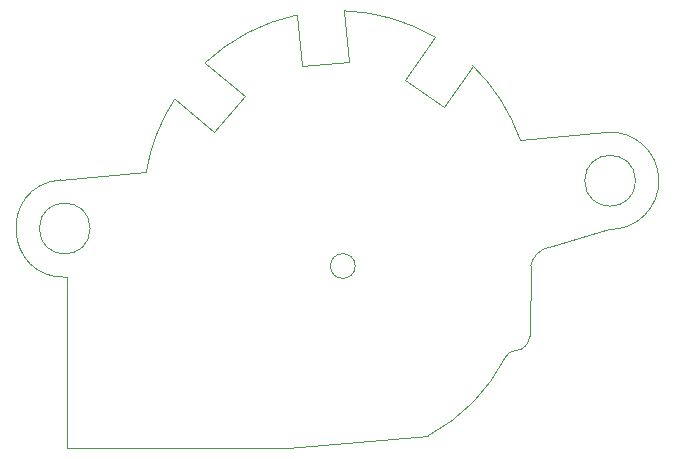
<source format=gbr>
%TF.GenerationSoftware,KiCad,Pcbnew,7.0.9*%
%TF.CreationDate,2023-12-03T08:33:00+10:00*%
%TF.ProjectId,BATT-PCB,42415454-2d50-4434-922e-6b696361645f,rev?*%
%TF.SameCoordinates,Original*%
%TF.FileFunction,Profile,NP*%
%FSLAX46Y46*%
G04 Gerber Fmt 4.6, Leading zero omitted, Abs format (unit mm)*
G04 Created by KiCad (PCBNEW 7.0.9) date 2023-12-03 08:33:00*
%MOMM*%
%LPD*%
G01*
G04 APERTURE LIST*
%TA.AperFunction,Profile*%
%ADD10C,0.010000*%
%TD*%
G04 APERTURE END LIST*
D10*
X106718456Y-81721290D02*
X106806682Y-75822153D01*
X80022934Y-64477169D02*
X76668916Y-61662815D01*
X66988408Y-68519838D02*
G75*
G03*
X67512596Y-76755850I359732J-4111792D01*
G01*
X115679399Y-68591522D02*
G75*
G03*
X115679399Y-68591522I-2152650J0D01*
G01*
X67512597Y-91219007D02*
X86279842Y-91219007D01*
X108335629Y-74224425D02*
G75*
G03*
X106806682Y-75822153I439571J-1951075D01*
G01*
X98110387Y-90183993D02*
G75*
G03*
X104660704Y-83526715I-7149487J13585793D01*
G01*
X99428006Y-62368938D02*
X96151398Y-60074632D01*
X87021520Y-54549855D02*
G75*
G03*
X79240984Y-58599409I3415380J-16061345D01*
G01*
X67512596Y-76755849D02*
X67512597Y-77774998D01*
X76668930Y-61662824D02*
G75*
G03*
X74244280Y-67885025I13768470J-8948776D01*
G01*
X105503424Y-82979319D02*
G75*
G03*
X106718455Y-81721290I-63524J1277119D01*
G01*
X98707169Y-56424616D02*
G75*
G03*
X91006214Y-54200319I-8269269J-14186584D01*
G01*
X69500794Y-72631627D02*
G75*
G03*
X69500794Y-72631627I-2152650J0D01*
G01*
X101893954Y-58847189D02*
X99428006Y-62368938D01*
X105503419Y-82979221D02*
G75*
G03*
X104660704Y-83526715I49681J-998779D01*
G01*
X113411019Y-72717394D02*
G75*
G03*
X113167014Y-64479729I115731J4125874D01*
G01*
X96151398Y-60074632D02*
X98707175Y-56424605D01*
X74244280Y-67885025D02*
X66988407Y-68519832D01*
X67512597Y-77774998D02*
X67512597Y-91219007D01*
X105911120Y-65114530D02*
G75*
G03*
X101893954Y-58847189I-15473120J-5496670D01*
G01*
X113167014Y-64479729D02*
X105911094Y-65114539D01*
X87403017Y-58910416D02*
X87021515Y-54549830D01*
X91006214Y-54200319D02*
X91387796Y-58561793D01*
X108335635Y-74224453D02*
X113411019Y-72717400D01*
X91936087Y-75812409D02*
G75*
G03*
X91936087Y-75812409I-1043627J0D01*
G01*
X86279842Y-91219007D02*
X98110374Y-90183969D01*
X91387796Y-58561793D02*
X87403017Y-58910416D01*
X79240984Y-58599409D02*
X82594084Y-61412992D01*
X82594084Y-61412992D02*
X80022934Y-64477169D01*
M02*

</source>
